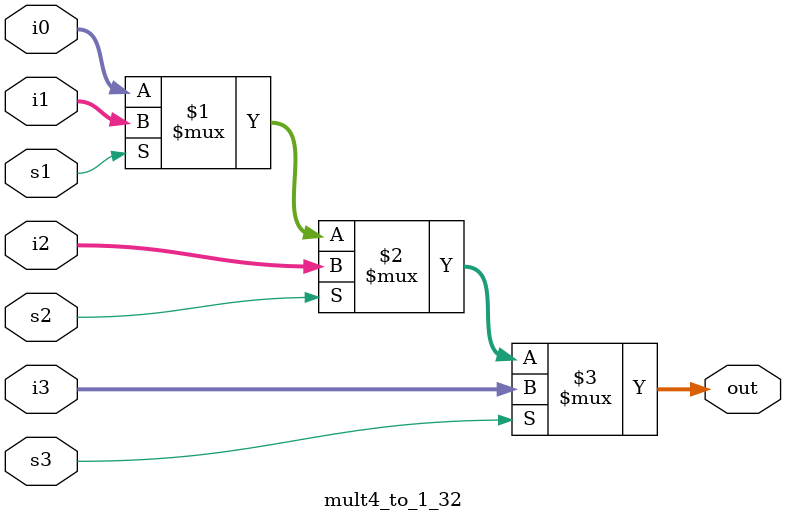
<source format=v>
module mult4_to_1_32 (out, i0, i1, i2, i3, s1, s2, s3);
  output [31:0] out;  		// Output declared as wire
  input [31:0] i0, i1, i2, i3;  // Two 32-bit inputs
  input s3, s2, s1;  	   // s1= (balrv & status[0]) | jsp
			   // s2= baln & status[1]
			   // s3= jmxor

  assign out = (s3) ? i3 : 	// out = ReadData (dpack)	
               (s2) ? i2 : 	// out = JumpTarget	
               (s1) ? i1 : 	// out = ReadData1 (dataa)	
		      i0 ;	// out = out4	
endmodule

</source>
